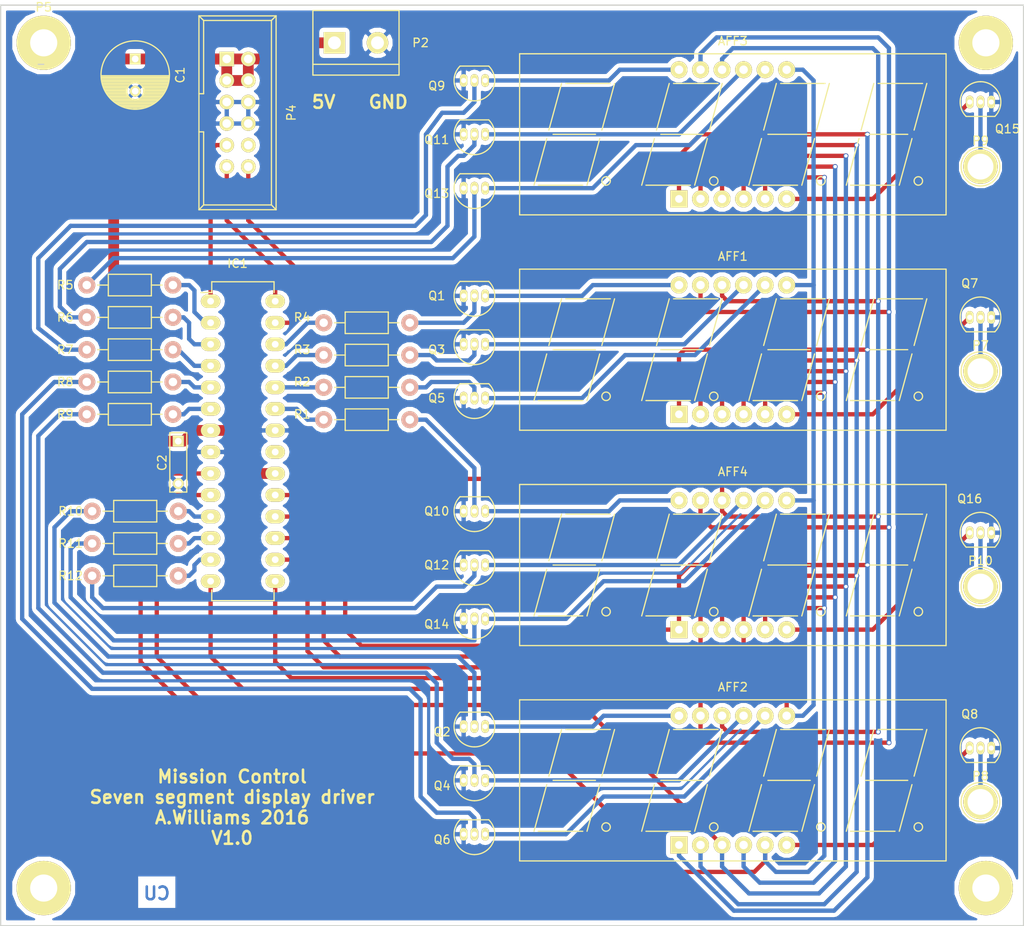
<source format=kicad_pcb>
(kicad_pcb (version 4) (host pcbnew 4.0.2-stable)
  (layers (0 F.Cu signal) (31 B.Cu signal) (34 B.Paste user) (35 F.Paste user) (36 B.SilkS user) (37 F.SilkS user) (38 B.Mask user) (39 F.Mask user) (44 Edge.Cuts user))
  (net 0 "")
  (net 1 /E)
  (net 2 /D)
  (net 3 /DP)
  (net 4 /C)
  (net 5 /G)
  (net 6 "Net-(AFF1-Pad6)")
  (net 7 "Net-(AFF1-Pad9)")
  (net 8 "Net-(AFF1-Pad8)")
  (net 9 "Net-(AFF1-Pad12)")
  (net 10 /A)
  (net 11 /B)
  (net 12 /F)
  (net 13 "Net-(AFF2-Pad6)")
  (net 14 "Net-(AFF2-Pad9)")
  (net 15 "Net-(AFF2-Pad8)")
  (net 16 "Net-(AFF2-Pad12)")
  (net 17 "Net-(AFF3-Pad6)")
  (net 18 "Net-(AFF3-Pad9)")
  (net 19 "Net-(AFF3-Pad8)")
  (net 20 "Net-(AFF3-Pad12)")
  (net 21 "Net-(AFF4-Pad6)")
  (net 22 "Net-(AFF4-Pad9)")
  (net 23 "Net-(AFF4-Pad8)")
  (net 24 "Net-(AFF4-Pad12)")
  (net 25 VCC)
  (net 26 GND)
  (net 27 /RST)
  (net 28 "Net-(IC1-Pad2)")
  (net 29 "Net-(IC1-Pad3)")
  (net 30 "Net-(IC1-Pad4)")
  (net 31 "Net-(IC1-Pad5)")
  (net 32 "Net-(IC1-Pad6)")
  (net 33 "Net-(IC1-Pad11)")
  (net 34 "Net-(IC1-Pad12)")
  (net 35 "Net-(IC1-Pad13)")
  (net 36 "Net-(IC1-Pad21)")
  (net 37 "Net-(IC1-Pad23)")
  (net 38 "Net-(IC1-Pad24)")
  (net 39 "Net-(IC1-Pad25)")
  (net 40 "Net-(IC1-Pad26)")
  (net 41 /SDA)
  (net 42 /SCL)
  (net 43 "Net-(P1-Pad1)")
  (net 44 "Net-(P3-Pad1)")
  (net 45 /INT)
  (net 46 "Net-(P5-Pad1)")
  (net 47 "Net-(P6-Pad1)")
  (net 48 "Net-(P7-Pad1)")
  (net 49 "Net-(P8-Pad1)")
  (net 50 "Net-(P9-Pad1)")
  (net 51 "Net-(P10-Pad1)")
  (net 52 /CC1)
  (net 53 /CC2)
  (net 54 /CC3)
  (net 55 /CC5)
  (net 56 /CC6)
  (net 57 /CC7)
  (net 58 /CC9)
  (net 59 /CC10)
  (net 60 /CC11)
  (net 61 /CC13)
  (net 62 /CC14)
  (net 63 /CC15)
  (module Displays_7-Segment:Cx56-12 (layer F.Cu) (at 228.6 101.6)
    (fp_text reference AFF1 (at 6.35 -18.62) (layer F.SilkS))
    (fp_text value CC56-12)
    (pad 1 thru_hole rect (at 0 0) (size 2.032 2.032) (drill 0.9144) (layers *.Cu *.Mask F.SilkS) (net 1 /E))
    (pad 2 thru_hole circle (at 2.54 0) (size 2 2) (drill 1) (layers *.Cu *.Mask F.SilkS) (net 2 /D))
    (pad 3 thru_hole circle (at 5.08 0) (size 2 2) (drill 1) (layers *.Cu *.Mask F.SilkS) (net 3 /DP))
    (pad 4 thru_hole circle (at 7.62 0) (size 2 2) (drill 1) (layers *.Cu *.Mask F.SilkS) (net 4 /C))
    (pad 5 thru_hole circle (at 10.16 0) (size 2 2) (drill 1) (layers *.Cu *.Mask F.SilkS) (net 5 /G))
    (pad 6 thru_hole circle (at 12.7 0) (size 2 2) (drill 1) (layers *.Cu *.Mask F.SilkS) (net 6 "Net-(AFF1-Pad6)"))
    (pad 9 thru_hole circle (at 7.62 -15.24) (size 2 2) (drill 1) (layers *.Cu *.Mask F.SilkS) (net 7 "Net-(AFF1-Pad9)"))
    (pad 8 thru_hole circle (at 10.16 -15.24) (size 2 2) (drill 1) (layers *.Cu *.Mask F.SilkS) (net 8 "Net-(AFF1-Pad8)"))
    (pad 12 thru_hole circle (at 0 -15.24) (size 2 2) (drill 1) (layers *.Cu *.Mask F.SilkS) (net 9 "Net-(AFF1-Pad12)"))
    (pad 11 thru_hole circle (at 2.54 -15.24) (size 2 2) (drill 1) (layers *.Cu *.Mask F.SilkS) (net 10 /A))
    (pad 7 thru_hole circle (at 12.7 -15.24) (size 2 2) (drill 1) (layers *.Cu *.Mask F.SilkS) (net 11 /B))
    (pad 10 thru_hole circle (at 5.08 -15.24) (size 2 2) (drill 1) (layers *.Cu *.Mask F.SilkS) (net 12 /F))
  )
  (module Displays_7-Segment:Cx56-12 (layer F.Cu) (at 228.6 152.4)
    (fp_text reference AFF2 (at 6.35 -18.62) (layer F.SilkS))
    (fp_text value CC56-12)
    (pad 1 thru_hole rect (at 0 0) (size 2.032 2.032) (drill 0.9144) (layers *.Cu *.Mask F.SilkS) (net 1 /E))
    (pad 2 thru_hole circle (at 2.54 0) (size 2 2) (drill 1) (layers *.Cu *.Mask F.SilkS) (net 2 /D))
    (pad 3 thru_hole circle (at 5.08 0) (size 2 2) (drill 1) (layers *.Cu *.Mask F.SilkS) (net 3 /DP))
    (pad 4 thru_hole circle (at 7.62 0) (size 2 2) (drill 1) (layers *.Cu *.Mask F.SilkS) (net 4 /C))
    (pad 5 thru_hole circle (at 10.16 0) (size 2 2) (drill 1) (layers *.Cu *.Mask F.SilkS) (net 5 /G))
    (pad 6 thru_hole circle (at 12.7 0) (size 2 2) (drill 1) (layers *.Cu *.Mask F.SilkS) (net 13 "Net-(AFF2-Pad6)"))
    (pad 9 thru_hole circle (at 7.62 -15.24) (size 2 2) (drill 1) (layers *.Cu *.Mask F.SilkS) (net 14 "Net-(AFF2-Pad9)"))
    (pad 8 thru_hole circle (at 10.16 -15.24) (size 2 2) (drill 1) (layers *.Cu *.Mask F.SilkS) (net 15 "Net-(AFF2-Pad8)"))
    (pad 12 thru_hole circle (at 0 -15.24) (size 2 2) (drill 1) (layers *.Cu *.Mask F.SilkS) (net 16 "Net-(AFF2-Pad12)"))
    (pad 11 thru_hole circle (at 2.54 -15.24) (size 2 2) (drill 1) (layers *.Cu *.Mask F.SilkS) (net 10 /A))
    (pad 7 thru_hole circle (at 12.7 -15.24) (size 2 2) (drill 1) (layers *.Cu *.Mask F.SilkS) (net 11 /B))
    (pad 10 thru_hole circle (at 5.08 -15.24) (size 2 2) (drill 1) (layers *.Cu *.Mask F.SilkS) (net 12 /F))
  )
  (module Displays_7-Segment:Cx56-12 (layer F.Cu) (at 228.6 76.2)
    (fp_text reference AFF3 (at 6.35 -18.62) (layer F.SilkS))
    (fp_text value CC56-12)
    (pad 1 thru_hole rect (at 0 0) (size 2.032 2.032) (drill 0.9144) (layers *.Cu *.Mask F.SilkS) (net 1 /E))
    (pad 2 thru_hole circle (at 2.54 0) (size 2 2) (drill 1) (layers *.Cu *.Mask F.SilkS) (net 2 /D))
    (pad 3 thru_hole circle (at 5.08 0) (size 2 2) (drill 1) (layers *.Cu *.Mask F.SilkS) (net 3 /DP))
    (pad 4 thru_hole circle (at 7.62 0) (size 2 2) (drill 1) (layers *.Cu *.Mask F.SilkS) (net 4 /C))
    (pad 5 thru_hole circle (at 10.16 0) (size 2 2) (drill 1) (layers *.Cu *.Mask F.SilkS) (net 5 /G))
    (pad 6 thru_hole circle (at 12.7 0) (size 2 2) (drill 1) (layers *.Cu *.Mask F.SilkS) (net 17 "Net-(AFF3-Pad6)"))
    (pad 9 thru_hole circle (at 7.62 -15.24) (size 2 2) (drill 1) (layers *.Cu *.Mask F.SilkS) (net 18 "Net-(AFF3-Pad9)"))
    (pad 8 thru_hole circle (at 10.16 -15.24) (size 2 2) (drill 1) (layers *.Cu *.Mask F.SilkS) (net 19 "Net-(AFF3-Pad8)"))
    (pad 12 thru_hole circle (at 0 -15.24) (size 2 2) (drill 1) (layers *.Cu *.Mask F.SilkS) (net 20 "Net-(AFF3-Pad12)"))
    (pad 11 thru_hole circle (at 2.54 -15.24) (size 2 2) (drill 1) (layers *.Cu *.Mask F.SilkS) (net 10 /A))
    (pad 7 thru_hole circle (at 12.7 -15.24) (size 2 2) (drill 1) (layers *.Cu *.Mask F.SilkS) (net 11 /B))
    (pad 10 thru_hole circle (at 5.08 -15.24) (size 2 2) (drill 1) (layers *.Cu *.Mask F.SilkS) (net 12 /F))
  )
  (module Displays_7-Segment:Cx56-12 (layer F.Cu) (at 228.6 127)
    (fp_text reference AFF4 (at 6.35 -18.62) (layer F.SilkS))
    (fp_text value CC56-12)
    (pad 1 thru_hole rect (at 0 0) (size 2.032 2.032) (drill 0.9144) (layers *.Cu *.Mask F.SilkS) (net 1 /E))
    (pad 2 thru_hole circle (at 2.54 0) (size 2 2) (drill 1) (layers *.Cu *.Mask F.SilkS) (net 2 /D))
    (pad 3 thru_hole circle (at 5.08 0) (size 2 2) (drill 1) (layers *.Cu *.Mask F.SilkS) (net 3 /DP))
    (pad 4 thru_hole circle (at 7.62 0) (size 2 2) (drill 1) (layers *.Cu *.Mask F.SilkS) (net 4 /C))
    (pad 5 thru_hole circle (at 10.16 0) (size 2 2) (drill 1) (layers *.Cu *.Mask F.SilkS) (net 5 /G))
    (pad 6 thru_hole circle (at 12.7 0) (size 2 2) (drill 1) (layers *.Cu *.Mask F.SilkS) (net 21 "Net-(AFF4-Pad6)"))
    (pad 9 thru_hole circle (at 7.62 -15.24) (size 2 2) (drill 1) (layers *.Cu *.Mask F.SilkS) (net 22 "Net-(AFF4-Pad9)"))
    (pad 8 thru_hole circle (at 10.16 -15.24) (size 2 2) (drill 1) (layers *.Cu *.Mask F.SilkS) (net 23 "Net-(AFF4-Pad8)"))
    (pad 12 thru_hole circle (at 0 -15.24) (size 2 2) (drill 1) (layers *.Cu *.Mask F.SilkS) (net 24 "Net-(AFF4-Pad12)"))
    (pad 11 thru_hole circle (at 2.54 -15.24) (size 2 2) (drill 1) (layers *.Cu *.Mask F.SilkS) (net 10 /A))
    (pad 7 thru_hole circle (at 12.7 -15.24) (size 2 2) (drill 1) (layers *.Cu *.Mask F.SilkS) (net 11 /B))
    (pad 10 thru_hole circle (at 5.08 -15.24) (size 2 2) (drill 1) (layers *.Cu *.Mask F.SilkS) (net 12 /F))
  )
  (module Capacitors_ThroughHole:C_Radial_D8_L13_P3.8 (layer F.Cu) (at 164.465 59.69 270)
    (fp_text reference C1 (at 1.9 -5.3 270) (layer F.SilkS))
    (fp_text value 470uF)
    (pad 1 thru_hole rect (at 0 0 270) (size 1.3 1.3) (drill 0.8) (layers *.Cu *.Mask F.SilkS) (net 25 VCC))
    (pad 2 thru_hole circle (at 3.8 0 270) (size 1.3 1.3) (drill 0.8) (layers *.Cu *.Mask F.SilkS) (net 26 GND))
  )
  (module Capacitors_ThroughHole:C_Rect_L7_W2_P5 (layer F.Cu) (at 169.545 104.775 270)
    (fp_text reference C2 (at 2.54 1.905 270) (layer F.SilkS))
    (fp_text value 100NF)
    (pad 1 thru_hole rect (at 0 0 270) (size 1.3 1.3) (drill 0.8) (layers *.Cu *.Mask F.SilkS) (net 25 VCC))
    (pad 2 thru_hole circle (at 5 0 270) (size 1.3 1.3) (drill 0.8) (layers *.Cu *.Mask F.SilkS) (net 26 GND))
  )
  (module Housings_DIP:DIP-28_W7.62mm_LongPads (layer F.Cu) (at 173.355 88.265)
    (fp_text reference IC1 (at 3.175 -4.445) (layer F.SilkS))
    (fp_text value ATMEGA8-P)
    (pad 1 thru_hole oval (at 0 0) (size 2.3 1.6) (drill 0.8) (layers *.Cu *.Mask F.SilkS) (net 27 /RST))
    (pad 2 thru_hole oval (at 0 2.54) (size 2.3 1.6) (drill 0.8) (layers *.Cu *.Mask F.SilkS) (net 28 "Net-(IC1-Pad2)"))
    (pad 3 thru_hole oval (at 0 5.08) (size 2.3 1.6) (drill 0.8) (layers *.Cu *.Mask F.SilkS) (net 29 "Net-(IC1-Pad3)"))
    (pad 4 thru_hole oval (at 0 7.62) (size 2.3 1.6) (drill 0.8) (layers *.Cu *.Mask F.SilkS) (net 30 "Net-(IC1-Pad4)"))
    (pad 5 thru_hole oval (at 0 10.16) (size 2.3 1.6) (drill 0.8) (layers *.Cu *.Mask F.SilkS) (net 31 "Net-(IC1-Pad5)"))
    (pad 6 thru_hole oval (at 0 12.7) (size 2.3 1.6) (drill 0.8) (layers *.Cu *.Mask F.SilkS) (net 32 "Net-(IC1-Pad6)"))
    (pad 7 thru_hole oval (at 0 15.24) (size 2.3 1.6) (drill 0.8) (layers *.Cu *.Mask F.SilkS) (net 25 VCC))
    (pad 8 thru_hole oval (at 0 17.78) (size 2.3 1.6) (drill 0.8) (layers *.Cu *.Mask F.SilkS) (net 26 GND))
    (pad 9 thru_hole oval (at 0 20.32) (size 2.3 1.6) (drill 0.8) (layers *.Cu *.Mask F.SilkS) (net 5 /G))
    (pad 10 thru_hole oval (at 0 22.86) (size 2.3 1.6) (drill 0.8) (layers *.Cu *.Mask F.SilkS) (net 3 /DP))
    (pad 11 thru_hole oval (at 0 25.4) (size 2.3 1.6) (drill 0.8) (layers *.Cu *.Mask F.SilkS) (net 33 "Net-(IC1-Pad11)"))
    (pad 12 thru_hole oval (at 0 27.94) (size 2.3 1.6) (drill 0.8) (layers *.Cu *.Mask F.SilkS) (net 34 "Net-(IC1-Pad12)"))
    (pad 13 thru_hole oval (at 0 30.48) (size 2.3 1.6) (drill 0.8) (layers *.Cu *.Mask F.SilkS) (net 35 "Net-(IC1-Pad13)"))
    (pad 14 thru_hole oval (at 0 33.02) (size 2.3 1.6) (drill 0.8) (layers *.Cu *.Mask F.SilkS) (net 10 /A))
    (pad 15 thru_hole oval (at 7.62 33.02) (size 2.3 1.6) (drill 0.8) (layers *.Cu *.Mask F.SilkS) (net 11 /B))
    (pad 16 thru_hole oval (at 7.62 30.48) (size 2.3 1.6) (drill 0.8) (layers *.Cu *.Mask F.SilkS) (net 4 /C))
    (pad 17 thru_hole oval (at 7.62 27.94) (size 2.3 1.6) (drill 0.8) (layers *.Cu *.Mask F.SilkS) (net 2 /D))
    (pad 18 thru_hole oval (at 7.62 25.4) (size 2.3 1.6) (drill 0.8) (layers *.Cu *.Mask F.SilkS) (net 1 /E))
    (pad 19 thru_hole oval (at 7.62 22.86) (size 2.3 1.6) (drill 0.8) (layers *.Cu *.Mask F.SilkS) (net 12 /F))
    (pad 20 thru_hole oval (at 7.62 20.32) (size 2.3 1.6) (drill 0.8) (layers *.Cu *.Mask F.SilkS) (net 25 VCC))
    (pad 21 thru_hole oval (at 7.62 17.78) (size 2.3 1.6) (drill 0.8) (layers *.Cu *.Mask F.SilkS) (net 36 "Net-(IC1-Pad21)"))
    (pad 22 thru_hole oval (at 7.62 15.24) (size 2.3 1.6) (drill 0.8) (layers *.Cu *.Mask F.SilkS) (net 26 GND))
    (pad 23 thru_hole oval (at 7.62 12.7) (size 2.3 1.6) (drill 0.8) (layers *.Cu *.Mask F.SilkS) (net 37 "Net-(IC1-Pad23)"))
    (pad 24 thru_hole oval (at 7.62 10.16) (size 2.3 1.6) (drill 0.8) (layers *.Cu *.Mask F.SilkS) (net 38 "Net-(IC1-Pad24)"))
    (pad 25 thru_hole oval (at 7.62 7.62) (size 2.3 1.6) (drill 0.8) (layers *.Cu *.Mask F.SilkS) (net 39 "Net-(IC1-Pad25)"))
    (pad 26 thru_hole oval (at 7.62 5.08) (size 2.3 1.6) (drill 0.8) (layers *.Cu *.Mask F.SilkS) (net 40 "Net-(IC1-Pad26)"))
    (pad 27 thru_hole oval (at 7.62 2.54) (size 2.3 1.6) (drill 0.8) (layers *.Cu *.Mask F.SilkS) (net 41 /SDA))
    (pad 28 thru_hole oval (at 7.62 0) (size 2.3 1.6) (drill 0.8) (layers *.Cu *.Mask F.SilkS) (net 42 /SCL))
  )
  (module Mounting_Holes:MountingHole_3.2mm_M3_Pad (layer F.Cu) (at 264.795 157.48)
    (fp_text reference P1 (at 0.635 -1.905) (layer F.SilkS))
    (fp_text value CONN_01X01)
    (pad 1 thru_hole circle (at 0 0) (size 6.4 6.4) (drill 3.2) (layers *.Cu *.Mask F.SilkS) (net 43 "Net-(P1-Pad1)"))
  )
  (module Connect:bornier2 (layer F.Cu) (at 190.5 57.785)
    (fp_text reference P2 (at 7.62 0) (layer F.SilkS))
    (fp_text value CONN_01X02)
    (pad 1 thru_hole rect (at -2.54 0) (size 2.54 2.54) (drill 1.524) (layers *.Cu *.Mask F.SilkS) (net 25 VCC))
    (pad 2 thru_hole circle (at 2.54 0) (size 2.54 2.54) (drill 1.524) (layers *.Cu *.Mask F.SilkS) (net 26 GND))
  )
  (module Mounting_Holes:MountingHole_3.2mm_M3_Pad (layer F.Cu) (at 153.67 157.48)
    (fp_text reference P3 (at 0 -0.635) (layer F.SilkS))
    (fp_text value CONN_01X01)
    (pad 1 thru_hole circle (at 0 0) (size 6.4 6.4) (drill 3.2) (layers *.Cu *.Mask F.SilkS) (net 44 "Net-(P3-Pad1)"))
  )
  (module Connect:IDC_Header_Straight_12pins (layer F.Cu) (at 175.26 59.69 270)
    (fp_text reference P4 (at 6.35 -7.62 270) (layer F.SilkS))
    (fp_text value CONN_02X06)
    (pad 1 thru_hole rect (at 0 0 270) (size 1.7272 1.7272) (drill 1.016) (layers *.Cu *.Mask F.SilkS) (net 25 VCC))
    (pad 2 thru_hole oval (at 0 -2.54 270) (size 1.7272 1.7272) (drill 1.016) (layers *.Cu *.Mask F.SilkS) (net 25 VCC))
    (pad 3 thru_hole oval (at 2.54 0 270) (size 1.7272 1.7272) (drill 1.016) (layers *.Cu *.Mask F.SilkS) (net 25 VCC))
    (pad 4 thru_hole oval (at 2.54 -2.54 270) (size 1.7272 1.7272) (drill 1.016) (layers *.Cu *.Mask F.SilkS) (net 25 VCC))
    (pad 5 thru_hole oval (at 5.08 0 270) (size 1.7272 1.7272) (drill 1.016) (layers *.Cu *.Mask F.SilkS) (net 26 GND))
    (pad 6 thru_hole oval (at 5.08 -2.54 270) (size 1.7272 1.7272) (drill 1.016) (layers *.Cu *.Mask F.SilkS) (net 26 GND))
    (pad 7 thru_hole oval (at 7.62 0 270) (size 1.7272 1.7272) (drill 1.016) (layers *.Cu *.Mask F.SilkS) (net 26 GND))
    (pad 8 thru_hole oval (at 7.62 -2.54 270) (size 1.7272 1.7272) (drill 1.016) (layers *.Cu *.Mask F.SilkS) (net 26 GND))
    (pad 9 thru_hole oval (at 10.16 0 270) (size 1.7272 1.7272) (drill 1.016) (layers *.Cu *.Mask F.SilkS) (net 27 /RST))
    (pad 10 thru_hole oval (at 10.16 -2.54 270) (size 1.7272 1.7272) (drill 1.016) (layers *.Cu *.Mask F.SilkS) (net 45 /INT))
    (pad 11 thru_hole oval (at 12.7 0 270) (size 1.7272 1.7272) (drill 1.016) (layers *.Cu *.Mask F.SilkS) (net 42 /SCL))
    (pad 12 thru_hole oval (at 12.7 -2.54 270) (size 1.7272 1.7272) (drill 1.016) (layers *.Cu *.Mask F.SilkS) (net 41 /SDA))
  )
  (module Mounting_Holes:MountingHole_3.2mm_M3_Pad (layer F.Cu) (at 153.67 57.785)
    (fp_text reference P5 (at 0 -4.2) (layer F.SilkS))
    (fp_text value CONN_01X01)
    (pad 1 thru_hole circle (at 0 0) (size 6.4 6.4) (drill 3.2) (layers *.Cu *.Mask F.SilkS) (net 46 "Net-(P5-Pad1)"))
  )
  (module Mounting_Holes:MountingHole_3.2mm_M3_Pad (layer F.Cu) (at 264.795 57.785)
    (fp_text reference P6 (at 0 -2.54) (layer F.SilkS))
    (fp_text value CONN_01X01)
    (pad 1 thru_hole circle (at 0 0) (size 6.4 6.4) (drill 3.2) (layers *.Cu *.Mask F.SilkS) (net 47 "Net-(P6-Pad1)"))
  )
  (module Connect:1pin (layer F.Cu) (at 264.16 96.52)
    (fp_text reference P7 (at 0 -3.048) (layer F.SilkS))
    (fp_text value CONN_01X01)
    (pad 1 thru_hole circle (at 0 0) (size 4.064 4.064) (drill 3.048) (layers *.Cu *.Mask F.SilkS) (net 48 "Net-(P7-Pad1)"))
  )
  (module Connect:1pin (layer F.Cu) (at 264.16 147.32)
    (fp_text reference P8 (at 0 -3.048) (layer F.SilkS))
    (fp_text value CONN_01X01)
    (pad 1 thru_hole circle (at 0 0) (size 4.064 4.064) (drill 3.048) (layers *.Cu *.Mask F.SilkS) (net 49 "Net-(P8-Pad1)"))
  )
  (module Connect:1pin (layer F.Cu) (at 264.16 72.39)
    (fp_text reference P9 (at 0 -3.048) (layer F.SilkS))
    (fp_text value CONN_01X01)
    (pad 1 thru_hole circle (at 0 0) (size 4.064 4.064) (drill 3.048) (layers *.Cu *.Mask F.SilkS) (net 50 "Net-(P9-Pad1)"))
  )
  (module Connect:1pin (layer F.Cu) (at 264.16 121.92)
    (fp_text reference P10 (at 0 -3.048) (layer F.SilkS))
    (fp_text value CONN_01X01)
    (pad 1 thru_hole circle (at 0 0) (size 4.064 4.064) (drill 3.048) (layers *.Cu *.Mask F.SilkS) (net 51 "Net-(P10-Pad1)"))
  )
  (module Resistors_ThroughHole:Resistor_Horizontal_RM10mm (layer F.Cu) (at 196.85 102.235 180)
    (fp_text reference R1 (at 12.7 0.635 180) (layer F.SilkS))
    (fp_text value 100)
    (pad 1 thru_hole circle (at 0 0 180) (size 1.99898 1.99898) (drill 1.00076) (layers *.Cu *.SilkS *.Mask) (net 61 /CC13))
    (pad 2 thru_hole circle (at 10.16 0 180) (size 1.99898 1.99898) (drill 1.00076) (layers *.Cu *.SilkS *.Mask) (net 37 "Net-(IC1-Pad23)"))
  )
  (module Resistors_ThroughHole:Resistor_Horizontal_RM10mm (layer F.Cu) (at 196.85 98.425 180)
    (fp_text reference R2 (at 12.7 0.635 180) (layer F.SilkS))
    (fp_text value 100)
    (pad 1 thru_hole circle (at 0 0 180) (size 1.99898 1.99898) (drill 1.00076) (layers *.Cu *.SilkS *.Mask) (net 54 /CC3))
    (pad 2 thru_hole circle (at 10.16 0 180) (size 1.99898 1.99898) (drill 1.00076) (layers *.Cu *.SilkS *.Mask) (net 38 "Net-(IC1-Pad24)"))
  )
  (module Resistors_ThroughHole:Resistor_Horizontal_RM10mm (layer F.Cu) (at 196.85 94.615 180)
    (fp_text reference R3 (at 12.7 0.635 180) (layer F.SilkS))
    (fp_text value 100)
    (pad 1 thru_hole circle (at 0 0 180) (size 1.99898 1.99898) (drill 1.00076) (layers *.Cu *.SilkS *.Mask) (net 53 /CC2))
    (pad 2 thru_hole circle (at 10.16 0 180) (size 1.99898 1.99898) (drill 1.00076) (layers *.Cu *.SilkS *.Mask) (net 39 "Net-(IC1-Pad25)"))
  )
  (module Resistors_ThroughHole:Resistor_Horizontal_RM10mm (layer F.Cu) (at 196.85 90.805 180)
    (fp_text reference R4 (at 12.7 0.635 180) (layer F.SilkS))
    (fp_text value 100)
    (pad 1 thru_hole circle (at 0 0 180) (size 1.99898 1.99898) (drill 1.00076) (layers *.Cu *.SilkS *.Mask) (net 52 /CC1))
    (pad 2 thru_hole circle (at 10.16 0 180) (size 1.99898 1.99898) (drill 1.00076) (layers *.Cu *.SilkS *.Mask) (net 40 "Net-(IC1-Pad26)"))
  )
  (module Resistors_ThroughHole:Resistor_Horizontal_RM10mm (layer F.Cu) (at 158.75 86.36)
    (fp_text reference R5 (at -2.54 0) (layer F.SilkS))
    (fp_text value 100)
    (pad 1 thru_hole circle (at 0 0) (size 1.99898 1.99898) (drill 1.00076) (layers *.Cu *.SilkS *.Mask) (net 60 /CC11))
    (pad 2 thru_hole circle (at 10.16 0) (size 1.99898 1.99898) (drill 1.00076) (layers *.Cu *.SilkS *.Mask) (net 28 "Net-(IC1-Pad2)"))
  )
  (module Resistors_ThroughHole:Resistor_Horizontal_RM10mm (layer F.Cu) (at 158.75 90.17)
    (fp_text reference R6 (at -2.54 0) (layer F.SilkS))
    (fp_text value 100)
    (pad 1 thru_hole circle (at 0 0) (size 1.99898 1.99898) (drill 1.00076) (layers *.Cu *.SilkS *.Mask) (net 59 /CC10))
    (pad 2 thru_hole circle (at 10.16 0) (size 1.99898 1.99898) (drill 1.00076) (layers *.Cu *.SilkS *.Mask) (net 29 "Net-(IC1-Pad3)"))
  )
  (module Resistors_ThroughHole:Resistor_Horizontal_RM10mm (layer F.Cu) (at 158.75 93.98)
    (fp_text reference R7 (at -2.54 0) (layer F.SilkS))
    (fp_text value 100)
    (pad 1 thru_hole circle (at 0 0) (size 1.99898 1.99898) (drill 1.00076) (layers *.Cu *.SilkS *.Mask) (net 58 /CC9))
    (pad 2 thru_hole circle (at 10.16 0) (size 1.99898 1.99898) (drill 1.00076) (layers *.Cu *.SilkS *.Mask) (net 30 "Net-(IC1-Pad4)"))
  )
  (module Resistors_ThroughHole:Resistor_Horizontal_RM10mm (layer F.Cu) (at 158.75 97.79)
    (fp_text reference R8 (at -2.54 0) (layer F.SilkS))
    (fp_text value 100)
    (pad 1 thru_hole circle (at 0 0) (size 1.99898 1.99898) (drill 1.00076) (layers *.Cu *.SilkS *.Mask) (net 57 /CC7))
    (pad 2 thru_hole circle (at 10.16 0) (size 1.99898 1.99898) (drill 1.00076) (layers *.Cu *.SilkS *.Mask) (net 31 "Net-(IC1-Pad5)"))
  )
  (module Resistors_ThroughHole:Resistor_Horizontal_RM10mm (layer F.Cu) (at 158.75 101.6)
    (fp_text reference R9 (at -2.54 0) (layer F.SilkS))
    (fp_text value 100)
    (pad 1 thru_hole circle (at 0 0) (size 1.99898 1.99898) (drill 1.00076) (layers *.Cu *.SilkS *.Mask) (net 56 /CC6))
    (pad 2 thru_hole circle (at 10.16 0) (size 1.99898 1.99898) (drill 1.00076) (layers *.Cu *.SilkS *.Mask) (net 32 "Net-(IC1-Pad6)"))
  )
  (module Resistors_ThroughHole:Resistor_Horizontal_RM10mm (layer F.Cu) (at 159.385 113.03)
    (fp_text reference R10 (at -2.54 0) (layer F.SilkS))
    (fp_text value 100)
    (pad 1 thru_hole circle (at 0 0) (size 1.99898 1.99898) (drill 1.00076) (layers *.Cu *.SilkS *.Mask) (net 55 /CC5))
    (pad 2 thru_hole circle (at 10.16 0) (size 1.99898 1.99898) (drill 1.00076) (layers *.Cu *.SilkS *.Mask) (net 33 "Net-(IC1-Pad11)"))
  )
  (module Resistors_ThroughHole:Resistor_Horizontal_RM10mm (layer F.Cu) (at 159.385 116.84)
    (fp_text reference R11 (at -2.54 0) (layer F.SilkS))
    (fp_text value 100)
    (pad 1 thru_hole circle (at 0 0) (size 1.99898 1.99898) (drill 1.00076) (layers *.Cu *.SilkS *.Mask) (net 63 /CC15))
    (pad 2 thru_hole circle (at 10.16 0) (size 1.99898 1.99898) (drill 1.00076) (layers *.Cu *.SilkS *.Mask) (net 34 "Net-(IC1-Pad12)"))
  )
  (module Resistors_ThroughHole:Resistor_Horizontal_RM10mm (layer F.Cu) (at 159.385 120.65)
    (fp_text reference R12 (at -2.54 0) (layer F.SilkS))
    (fp_text value 100)
    (pad 1 thru_hole circle (at 0 0) (size 1.99898 1.99898) (drill 1.00076) (layers *.Cu *.SilkS *.Mask) (net 62 /CC14))
    (pad 2 thru_hole circle (at 10.16 0) (size 1.99898 1.99898) (drill 1.00076) (layers *.Cu *.SilkS *.Mask) (net 35 "Net-(IC1-Pad13)"))
  )
  (module TO_SOT_Packages_THT:TO-92_Inline_Narrow_Oval (layer F.Cu) (at 205.74 87.63 180)
    (fp_text reference Q1 (at 5.715 0 180) (layer F.SilkS))
    (fp_text value BC548)
    (pad 2 thru_hole oval (at 1.27 0) (size 0.89916 1.50114) (drill 0.6) (layers *.Cu *.Mask F.SilkS) (net 52 /CC1))
    (pad 3 thru_hole oval (at 2.54 0) (size 0.89916 1.50114) (drill 0.6) (layers *.Cu *.Mask F.SilkS) (net 26 GND))
    (pad 1 thru_hole oval (at 0 0) (size 0.89916 1.50114) (drill 0.6) (layers *.Cu *.Mask F.SilkS) (net 9 "Net-(AFF1-Pad12)"))
  )
  (module TO_SOT_Packages_THT:TO-92_Inline_Narrow_Oval (layer F.Cu) (at 205.74 138.43 180)
    (fp_text reference Q2 (at 5.08 -0.635 180) (layer F.SilkS))
    (fp_text value BC548)
    (pad 2 thru_hole oval (at 1.27 0) (size 0.89916 1.50114) (drill 0.6) (layers *.Cu *.Mask F.SilkS) (net 55 /CC5))
    (pad 3 thru_hole oval (at 2.54 0) (size 0.89916 1.50114) (drill 0.6) (layers *.Cu *.Mask F.SilkS) (net 26 GND))
    (pad 1 thru_hole oval (at 0 0) (size 0.89916 1.50114) (drill 0.6) (layers *.Cu *.Mask F.SilkS) (net 16 "Net-(AFF2-Pad12)"))
  )
  (module TO_SOT_Packages_THT:TO-92_Inline_Narrow_Oval (layer F.Cu) (at 205.74 93.345 180)
    (fp_text reference Q3 (at 5.715 -0.635 180) (layer F.SilkS))
    (fp_text value BC548)
    (pad 2 thru_hole oval (at 1.27 0) (size 0.89916 1.50114) (drill 0.6) (layers *.Cu *.Mask F.SilkS) (net 53 /CC2))
    (pad 3 thru_hole oval (at 2.54 0) (size 0.89916 1.50114) (drill 0.6) (layers *.Cu *.Mask F.SilkS) (net 26 GND))
    (pad 1 thru_hole oval (at 0 0) (size 0.89916 1.50114) (drill 0.6) (layers *.Cu *.Mask F.SilkS) (net 7 "Net-(AFF1-Pad9)"))
  )
  (module TO_SOT_Packages_THT:TO-92_Inline_Narrow_Oval (layer F.Cu) (at 205.74 144.78 180)
    (fp_text reference Q4 (at 5.08 -0.635 180) (layer F.SilkS))
    (fp_text value BC548)
    (pad 2 thru_hole oval (at 1.27 0) (size 0.89916 1.50114) (drill 0.6) (layers *.Cu *.Mask F.SilkS) (net 56 /CC6))
    (pad 3 thru_hole oval (at 2.54 0) (size 0.89916 1.50114) (drill 0.6) (layers *.Cu *.Mask F.SilkS) (net 26 GND))
    (pad 1 thru_hole oval (at 0 0) (size 0.89916 1.50114) (drill 0.6) (layers *.Cu *.Mask F.SilkS) (net 14 "Net-(AFF2-Pad9)"))
  )
  (module TO_SOT_Packages_THT:TO-92_Inline_Narrow_Oval (layer F.Cu) (at 205.74 99.695 180)
    (fp_text reference Q5 (at 5.715 0 180) (layer F.SilkS))
    (fp_text value BC548)
    (pad 2 thru_hole oval (at 1.27 0) (size 0.89916 1.50114) (drill 0.6) (layers *.Cu *.Mask F.SilkS) (net 54 /CC3))
    (pad 3 thru_hole oval (at 2.54 0) (size 0.89916 1.50114) (drill 0.6) (layers *.Cu *.Mask F.SilkS) (net 26 GND))
    (pad 1 thru_hole oval (at 0 0) (size 0.89916 1.50114) (drill 0.6) (layers *.Cu *.Mask F.SilkS) (net 8 "Net-(AFF1-Pad8)"))
  )
  (module TO_SOT_Packages_THT:TO-92_Inline_Narrow_Oval (layer F.Cu) (at 205.74 151.13 180)
    (fp_text reference Q6 (at 5.08 -0.635 180) (layer F.SilkS))
    (fp_text value BC548)
    (pad 2 thru_hole oval (at 1.27 0) (size 0.89916 1.50114) (drill 0.6) (layers *.Cu *.Mask F.SilkS) (net 57 /CC7))
    (pad 3 thru_hole oval (at 2.54 0) (size 0.89916 1.50114) (drill 0.6) (layers *.Cu *.Mask F.SilkS) (net 26 GND))
    (pad 1 thru_hole oval (at 0 0) (size 0.89916 1.50114) (drill 0.6) (layers *.Cu *.Mask F.SilkS) (net 15 "Net-(AFF2-Pad8)"))
  )
  (module TO_SOT_Packages_THT:TO-92_Inline_Narrow_Oval (layer F.Cu) (at 262.89 90.17)
    (fp_text reference Q7 (at 0 -4) (layer F.SilkS))
    (fp_text value BC548)
    (pad 2 thru_hole oval (at 1.27 0 180) (size 0.89916 1.50114) (drill 0.6) (layers *.Cu *.Mask F.SilkS) (net 48 "Net-(P7-Pad1)"))
    (pad 3 thru_hole oval (at 2.54 0 180) (size 0.89916 1.50114) (drill 0.6) (layers *.Cu *.Mask F.SilkS) (net 26 GND))
    (pad 1 thru_hole oval (at 0 0 180) (size 0.89916 1.50114) (drill 0.6) (layers *.Cu *.Mask F.SilkS) (net 6 "Net-(AFF1-Pad6)"))
  )
  (module TO_SOT_Packages_THT:TO-92_Inline_Narrow_Oval (layer F.Cu) (at 262.89 140.97)
    (fp_text reference Q8 (at 0 -4) (layer F.SilkS))
    (fp_text value BC548)
    (pad 2 thru_hole oval (at 1.27 0 180) (size 0.89916 1.50114) (drill 0.6) (layers *.Cu *.Mask F.SilkS) (net 49 "Net-(P8-Pad1)"))
    (pad 3 thru_hole oval (at 2.54 0 180) (size 0.89916 1.50114) (drill 0.6) (layers *.Cu *.Mask F.SilkS) (net 26 GND))
    (pad 1 thru_hole oval (at 0 0 180) (size 0.89916 1.50114) (drill 0.6) (layers *.Cu *.Mask F.SilkS) (net 13 "Net-(AFF2-Pad6)"))
  )
  (module TO_SOT_Packages_THT:TO-92_Inline_Narrow_Oval (layer F.Cu) (at 205.74 62.23 180)
    (fp_text reference Q9 (at 5.715 -0.635 180) (layer F.SilkS))
    (fp_text value BC548)
    (pad 2 thru_hole oval (at 1.27 0) (size 0.89916 1.50114) (drill 0.6) (layers *.Cu *.Mask F.SilkS) (net 58 /CC9))
    (pad 3 thru_hole oval (at 2.54 0) (size 0.89916 1.50114) (drill 0.6) (layers *.Cu *.Mask F.SilkS) (net 26 GND))
    (pad 1 thru_hole oval (at 0 0) (size 0.89916 1.50114) (drill 0.6) (layers *.Cu *.Mask F.SilkS) (net 20 "Net-(AFF3-Pad12)"))
  )
  (module TO_SOT_Packages_THT:TO-92_Inline_Narrow_Oval (layer F.Cu) (at 205.74 113.03 180)
    (fp_text reference Q10 (at 5.715 0 180) (layer F.SilkS))
    (fp_text value BC548)
    (pad 2 thru_hole oval (at 1.27 0) (size 0.89916 1.50114) (drill 0.6) (layers *.Cu *.Mask F.SilkS) (net 61 /CC13))
    (pad 3 thru_hole oval (at 2.54 0) (size 0.89916 1.50114) (drill 0.6) (layers *.Cu *.Mask F.SilkS) (net 26 GND))
    (pad 1 thru_hole oval (at 0 0) (size 0.89916 1.50114) (drill 0.6) (layers *.Cu *.Mask F.SilkS) (net 24 "Net-(AFF4-Pad12)"))
  )
  (module TO_SOT_Packages_THT:TO-92_Inline_Narrow_Oval (layer F.Cu) (at 205.74 68.58 180)
    (fp_text reference Q11 (at 5.715 -0.635 180) (layer F.SilkS))
    (fp_text value BC548)
    (pad 2 thru_hole oval (at 1.27 0) (size 0.89916 1.50114) (drill 0.6) (layers *.Cu *.Mask F.SilkS) (net 59 /CC10))
    (pad 3 thru_hole oval (at 2.54 0) (size 0.89916 1.50114) (drill 0.6) (layers *.Cu *.Mask F.SilkS) (net 26 GND))
    (pad 1 thru_hole oval (at 0 0) (size 0.89916 1.50114) (drill 0.6) (layers *.Cu *.Mask F.SilkS) (net 18 "Net-(AFF3-Pad9)"))
  )
  (module TO_SOT_Packages_THT:TO-92_Inline_Narrow_Oval (layer F.Cu) (at 205.74 119.38 180)
    (fp_text reference Q12 (at 5.715 0 180) (layer F.SilkS))
    (fp_text value BC548)
    (pad 2 thru_hole oval (at 1.27 0) (size 0.89916 1.50114) (drill 0.6) (layers *.Cu *.Mask F.SilkS) (net 62 /CC14))
    (pad 3 thru_hole oval (at 2.54 0) (size 0.89916 1.50114) (drill 0.6) (layers *.Cu *.Mask F.SilkS) (net 26 GND))
    (pad 1 thru_hole oval (at 0 0) (size 0.89916 1.50114) (drill 0.6) (layers *.Cu *.Mask F.SilkS) (net 22 "Net-(AFF4-Pad9)"))
  )
  (module TO_SOT_Packages_THT:TO-92_Inline_Narrow_Oval (layer F.Cu) (at 205.74 74.93 180)
    (fp_text reference Q13 (at 5.715 -0.635 180) (layer F.SilkS))
    (fp_text value BC548)
    (pad 2 thru_hole oval (at 1.27 0) (size 0.89916 1.50114) (drill 0.6) (layers *.Cu *.Mask F.SilkS) (net 60 /CC11))
    (pad 3 thru_hole oval (at 2.54 0) (size 0.89916 1.50114) (drill 0.6) (layers *.Cu *.Mask F.SilkS) (net 26 GND))
    (pad 1 thru_hole oval (at 0 0) (size 0.89916 1.50114) (drill 0.6) (layers *.Cu *.Mask F.SilkS) (net 19 "Net-(AFF3-Pad8)"))
  )
  (module TO_SOT_Packages_THT:TO-92_Inline_Narrow_Oval (layer F.Cu) (at 205.74 125.73 180)
    (fp_text reference Q14 (at 5.715 -0.635 180) (layer F.SilkS))
    (fp_text value BC548)
    (pad 2 thru_hole oval (at 1.27 0) (size 0.89916 1.50114) (drill 0.6) (layers *.Cu *.Mask F.SilkS) (net 63 /CC15))
    (pad 3 thru_hole oval (at 2.54 0) (size 0.89916 1.50114) (drill 0.6) (layers *.Cu *.Mask F.SilkS) (net 26 GND))
    (pad 1 thru_hole oval (at 0 0) (size 0.89916 1.50114) (drill 0.6) (layers *.Cu *.Mask F.SilkS) (net 23 "Net-(AFF4-Pad8)"))
  )
  (module TO_SOT_Packages_THT:TO-92_Inline_Narrow_Oval (layer F.Cu) (at 262.89 64.77)
    (fp_text reference Q15 (at 4.445 3.175) (layer F.SilkS))
    (fp_text value BC548)
    (pad 2 thru_hole oval (at 1.27 0 180) (size 0.89916 1.50114) (drill 0.6) (layers *.Cu *.Mask F.SilkS) (net 50 "Net-(P9-Pad1)"))
    (pad 3 thru_hole oval (at 2.54 0 180) (size 0.89916 1.50114) (drill 0.6) (layers *.Cu *.Mask F.SilkS) (net 26 GND))
    (pad 1 thru_hole oval (at 0 0 180) (size 0.89916 1.50114) (drill 0.6) (layers *.Cu *.Mask F.SilkS) (net 17 "Net-(AFF3-Pad6)"))
  )
  (module TO_SOT_Packages_THT:TO-92_Inline_Narrow_Oval (layer F.Cu) (at 262.89 115.57)
    (fp_text reference Q16 (at 0 -4) (layer F.SilkS))
    (fp_text value BC548)
    (pad 2 thru_hole oval (at 1.27 0 180) (size 0.89916 1.50114) (drill 0.6) (layers *.Cu *.Mask F.SilkS) (net 51 "Net-(P10-Pad1)"))
    (pad 3 thru_hole oval (at 2.54 0 180) (size 0.89916 1.50114) (drill 0.6) (layers *.Cu *.Mask F.SilkS) (net 26 GND))
    (pad 1 thru_hole oval (at 0 0 180) (size 0.89916 1.50114) (drill 0.6) (layers *.Cu *.Mask F.SilkS) (net 21 "Net-(AFF4-Pad6)"))
  )
  (gr_line (start 148.59 161.925) (end 148.59 53.34) (angle 90) (layer Edge.Cuts) (width 0.15))
  (gr_line (start 269.24 161.925) (end 148.59 161.925) (angle 90) (layer Edge.Cuts) (width 0.15))
  (gr_line (start 269.24 53.34) (end 269.24 161.925) (angle 90) (layer Edge.Cuts) (width 0.15))
  (gr_line (start 148.59 53.34) (end 269.24 53.34) (angle 90) (layer Edge.Cuts) (width 0.15))
  (gr_line (start 153.67 60.325) (end 153.035 60.325) (angle 90) (layer Edge.Cuts) (width 0.15))
  (gr_text "Mission Control\nSeven segment display driver\nA.Williams 2016\nV1.0\n" (at 175.895 147.955) (layer F.SilkS) (effects (font (size 1.5 1.5) (thickness 0.3))))
  (gr_text GND (at 194.31 64.77) (layer F.SilkS) (effects (font (size 1.5 1.5) (thickness 0.3))))
  (gr_text 5V (at 186.69 64.77) (layer F.SilkS) (effects (font (size 1.5 1.5) (thickness 0.3))))
  (gr_text Top (at 172.72 158.115) (layer F.Cu) (effects (font (size 1.5 1.5) (thickness 0.3))))
  (gr_text CU (at 167.005 158.115) (layer B.Cu) (effects (font (size 1.5 1.5) (thickness 0.3)) (justify mirror)))
  (segment (start 180.975 113.665) (end 184.785 113.665) (width 0.508) (layer F.Cu) (net 1))
  (segment (start 225.425 127) (end 228.6 127) (width 0.508) (layer F.Cu) (net 1))
  (segment (start 223.52 128.905) (end 225.425 127) (width 0.508) (layer F.Cu) (net 1))
  (segment (start 191.135 128.905) (end 223.52 128.905) (width 0.508) (layer F.Cu) (net 1))
  (segment (start 189.23 127) (end 191.135 128.905) (width 0.508) (layer F.Cu) (net 1))
  (segment (start 189.23 118.11) (end 189.23 127) (width 0.508) (layer F.Cu) (net 1))
  (segment (start 184.785 113.665) (end 189.23 118.11) (width 0.508) (layer F.Cu) (net 1))
  (segment (start 228.6 127) (end 228.6 120.65) (width 0.508) (layer F.Cu) (net 1))
  (via (at 250.825 119.38) (size 0.6) (drill 0.4) (layers F.Cu B.Cu) (net 1))
  (segment (start 229.87 119.38) (end 250.825 119.38) (width 0.508) (layer F.Cu) (net 1))
  (segment (start 228.6 120.65) (end 229.87 119.38) (width 0.508) (layer F.Cu) (net 1))
  (segment (start 228.6 101.6) (end 228.6 94.615) (width 0.508) (layer F.Cu) (net 1))
  (via (at 250.825 93.98) (size 0.6) (drill 0.4) (layers F.Cu B.Cu) (net 1))
  (segment (start 229.235 93.98) (end 250.825 93.98) (width 0.508) (layer F.Cu) (net 1))
  (segment (start 228.6 94.615) (end 229.235 93.98) (width 0.508) (layer F.Cu) (net 1))
  (segment (start 228.6 76.2) (end 228.6 71.12) (width 0.508) (layer F.Cu) (net 1))
  (segment (start 228.6 153.67) (end 235.077 160.147) (width 0.508) (layer B.Cu) (net 1))
  (segment (start 235.077 160.147) (end 246.888 160.147) (width 0.508) (layer B.Cu) (net 1))
  (segment (start 246.888 160.147) (end 250.825 156.21) (width 0.508) (layer B.Cu) (net 1))
  (segment (start 250.825 156.21) (end 250.825 119.38) (width 0.508) (layer B.Cu) (net 1))
  (segment (start 250.825 119.38) (end 250.825 93.98) (width 0.508) (layer B.Cu) (net 1))
  (segment (start 250.825 93.98) (end 250.825 68.58) (width 0.508) (layer B.Cu) (net 1))
  (segment (start 228.6 153.67) (end 228.6 152.4) (width 0.508) (layer B.Cu) (net 1))
  (via (at 250.825 68.58) (size 0.6) (drill 0.4) (layers F.Cu B.Cu) (net 1))
  (segment (start 231.14 68.58) (end 250.825 68.58) (width 0.508) (layer F.Cu) (net 1))
  (segment (start 228.6 71.12) (end 231.14 68.58) (width 0.508) (layer F.Cu) (net 1))
  (segment (start 180.975 116.205) (end 183.515 116.205) (width 0.508) (layer F.Cu) (net 2))
  (segment (start 231.14 129.54) (end 231.14 127) (width 0.508) (layer F.Cu) (net 2))
  (segment (start 230.505 130.175) (end 231.14 129.54) (width 0.508) (layer F.Cu) (net 2))
  (segment (start 188.595 130.175) (end 230.505 130.175) (width 0.508) (layer F.Cu) (net 2))
  (segment (start 186.69 128.27) (end 188.595 130.175) (width 0.508) (layer F.Cu) (net 2))
  (segment (start 186.69 119.38) (end 186.69 128.27) (width 0.508) (layer F.Cu) (net 2))
  (segment (start 183.515 116.205) (end 186.69 119.38) (width 0.508) (layer F.Cu) (net 2))
  (segment (start 231.14 127) (end 231.14 121.285) (width 0.508) (layer F.Cu) (net 2))
  (via (at 249.555 120.65) (size 0.6) (drill 0.4) (layers F.Cu B.Cu) (net 2))
  (segment (start 231.775 120.65) (end 249.555 120.65) (width 0.508) (layer F.Cu) (net 2))
  (segment (start 231.14 121.285) (end 231.775 120.65) (width 0.508) (layer F.Cu) (net 2))
  (segment (start 231.14 101.6) (end 231.14 95.885) (width 0.508) (layer F.Cu) (net 2))
  (via (at 249.555 95.25) (size 0.6) (drill 0.4) (layers F.Cu B.Cu) (net 2))
  (segment (start 231.775 95.25) (end 249.555 95.25) (width 0.508) (layer F.Cu) (net 2))
  (segment (start 231.14 95.885) (end 231.775 95.25) (width 0.508) (layer F.Cu) (net 2))
  (segment (start 231.14 76.2) (end 231.14 71.12) (width 0.508) (layer F.Cu) (net 2))
  (segment (start 231.14 154.94) (end 235.585 159.385) (width 0.508) (layer B.Cu) (net 2))
  (segment (start 235.585 159.385) (end 245.745 159.385) (width 0.508) (layer B.Cu) (net 2))
  (segment (start 245.745 159.385) (end 249.555 155.575) (width 0.508) (layer B.Cu) (net 2))
  (segment (start 249.555 155.575) (end 249.555 120.65) (width 0.508) (layer B.Cu) (net 2))
  (segment (start 249.555 120.65) (end 249.555 95.25) (width 0.508) (layer B.Cu) (net 2))
  (segment (start 249.555 95.25) (end 249.555 69.85) (width 0.508) (layer B.Cu) (net 2))
  (segment (start 231.14 154.94) (end 231.14 152.4) (width 0.508) (layer B.Cu) (net 2))
  (via (at 249.555 69.85) (size 0.6) (drill 0.4) (layers F.Cu B.Cu) (net 2))
  (segment (start 232.41 69.85) (end 249.555 69.85) (width 0.508) (layer F.Cu) (net 2))
  (segment (start 231.14 71.12) (end 232.41 69.85) (width 0.508) (layer F.Cu) (net 2))
  (segment (start 173.355 111.125) (end 167.64 111.125) (width 0.508) (layer F.Cu) (net 3))
  (segment (start 217.17 135.89) (end 233.68 152.4) (width 0.508) (layer F.Cu) (net 3))
  (segment (start 172.72 135.89) (end 217.17 135.89) (width 0.508) (layer F.Cu) (net 3))
  (segment (start 167.005 130.175) (end 172.72 135.89) (width 0.508) (layer F.Cu) (net 3))
  (segment (start 233.68 127) (end 233.68 122.555) (width 0.508) (layer F.Cu) (net 3))
  (via (at 248.285 121.92) (size 0.6) (drill 0.4) (layers F.Cu B.Cu) (net 3))
  (segment (start 234.315 121.92) (end 248.285 121.92) (width 0.508) (layer F.Cu) (net 3))
  (segment (start 233.68 122.555) (end 234.315 121.92) (width 0.508) (layer F.Cu) (net 3))
  (segment (start 233.68 101.6) (end 233.68 97.155) (width 0.508) (layer F.Cu) (net 3))
  (via (at 248.285 96.52) (size 0.6) (drill 0.4) (layers F.Cu B.Cu) (net 3))
  (segment (start 234.315 96.52) (end 248.285 96.52) (width 0.508) (layer F.Cu) (net 3))
  (segment (start 233.68 97.155) (end 234.315 96.52) (width 0.508) (layer F.Cu) (net 3))
  (segment (start 233.68 76.2) (end 233.68 71.755) (width 0.508) (layer F.Cu) (net 3))
  (segment (start 233.68 154.94) (end 236.855 158.115) (width 0.508) (layer B.Cu) (net 3))
  (segment (start 236.855 158.115) (end 245.11 158.115) (width 0.508) (layer B.Cu) (net 3))
  (segment (start 245.11 158.115) (end 248.285 154.94) (width 0.508) (layer B.Cu) (net 3))
  (segment (start 248.285 154.94) (end 248.285 121.92) (width 0.508) (layer B.Cu) (net 3))
  (segment (start 248.285 121.92) (end 248.285 96.52) (width 0.508) (layer B.Cu) (net 3))
  (segment (start 248.285 96.52) (end 248.285 71.12) (width 0.508) (layer B.Cu) (net 3))
  (segment (start 233.68 154.94) (end 233.68 152.4) (width 0.508) (layer B.Cu) (net 3))
  (via (at 248.285 71.12) (size 0.6) (drill 0.4) (layers F.Cu B.Cu) (net 3))
  (segment (start 234.315 71.12) (end 248.285 71.12) (width 0.508) (layer F.Cu) (net 3))
  (segment (start 233.68 71.755) (end 234.315 71.12) (width 0.508) (layer F.Cu) (net 3))
  (segment (start 167.005 111.76) (end 167.005 130.175) (width 0.508) (layer F.Cu) (net 3))
  (segment (start 167.64 111.125) (end 167.005 111.76) (width 0.508) (layer F.Cu) (net 3))
  (segment (start 180.975 118.745) (end 182.88 118.745) (width 0.508) (layer F.Cu) (net 4))
  (segment (start 236.22 130.175) (end 236.22 127) (width 0.508) (layer F.Cu) (net 4))
  (segment (start 234.95 131.445) (end 236.22 130.175) (width 0.508) (layer F.Cu) (net 4))
  (segment (start 186.69 131.445) (end 234.95 131.445) (width 0.508) (layer F.Cu) (net 4))
  (segment (start 184.785 129.54) (end 186.69 131.445) (width 0.508) (layer F.Cu) (net 4))
  (segment (start 184.785 120.65) (end 184.785 129.54) (width 0.508) (layer F.Cu) (net 4))
  (segment (start 182.88 118.745) (end 184.785 120.65) (width 0.508) (layer F.Cu) (net 4))
  (segment (start 236.22 76.2) (end 236.22 73.025) (width 0.508) (layer F.Cu) (net 4))
  (segment (start 247.015 72.39) (end 247.015 97.79) (width 0.508) (layer B.Cu) (net 4))
  (via (at 247.015 72.39) (size 0.6) (drill 0.4) (layers F.Cu B.Cu) (net 4))
  (segment (start 236.855 72.39) (end 247.015 72.39) (width 0.508) (layer F.Cu) (net 4))
  (segment (start 236.22 73.025) (end 236.855 72.39) (width 0.508) (layer F.Cu) (net 4))
  (segment (start 236.22 101.6) (end 236.22 98.425) (width 0.508) (layer F.Cu) (net 4))
  (via (at 247.015 97.79) (size 0.6) (drill 0.4) (layers F.Cu B.Cu) (net 4))
  (segment (start 236.855 97.79) (end 247.015 97.79) (width 0.508) (layer F.Cu) (net 4))
  (segment (start 236.22 98.425) (end 236.855 97.79) (width 0.508) (layer F.Cu) (net 4))
  (segment (start 236.22 127) (end 236.22 124.46) (width 0.508) (layer F.Cu) (net 4))
  (via (at 247.015 123.19) (size 0.6) (drill 0.4) (layers F.Cu B.Cu) (net 4))
  (segment (start 237.49 123.19) (end 247.015 123.19) (width 0.508) (layer F.Cu) (net 4))
  (segment (start 236.22 124.46) (end 237.49 123.19) (width 0.508) (layer F.Cu) (net 4))
  (segment (start 236.22 152.4) (end 236.22 154.94) (width 0.508) (layer B.Cu) (net 4))
  (segment (start 236.22 154.94) (end 238.125 156.845) (width 0.508) (layer B.Cu) (net 4))
  (segment (start 238.125 156.845) (end 244.475 156.845) (width 0.508) (layer B.Cu) (net 4))
  (segment (start 244.475 156.845) (end 247.015 154.305) (width 0.508) (layer B.Cu) (net 4))
  (segment (start 247.015 154.305) (end 247.015 123.19) (width 0.508) (layer B.Cu) (net 4))
  (segment (start 247.015 123.19) (end 247.015 97.79) (width 0.508) (layer B.Cu) (net 4))
  (segment (start 236.22 127) (end 236.22 127) (width 0.508) (layer B.Cu) (net 4))
  (segment (start 173.355 108.585) (end 165.735 108.585) (width 0.508) (layer F.Cu) (net 5))
  (segment (start 238.76 154.305) (end 238.76 152.4) (width 0.508) (layer F.Cu) (net 5))
  (segment (start 237.49 155.575) (end 238.76 154.305) (width 0.508) (layer F.Cu) (net 5))
  (segment (start 227.33 155.575) (end 237.49 155.575) (width 0.508) (layer F.Cu) (net 5))
  (segment (start 213.36 141.605) (end 227.33 155.575) (width 0.508) (layer F.Cu) (net 5))
  (segment (start 175.895 141.605) (end 213.36 141.605) (width 0.508) (layer F.Cu) (net 5))
  (segment (start 165.1 130.81) (end 175.895 141.605) (width 0.508) (layer F.Cu) (net 5))
  (segment (start 165.1 109.22) (end 165.1 130.81) (width 0.508) (layer F.Cu) (net 5))
  (segment (start 165.735 108.585) (end 165.1 109.22) (width 0.508) (layer F.Cu) (net 5))
  (segment (start 238.76 76.2) (end 238.76 74.295) (width 0.508) (layer F.Cu) (net 5))
  (segment (start 245.745 73.66) (end 245.745 99.06) (width 0.508) (layer B.Cu) (net 5))
  (via (at 245.745 73.66) (size 0.6) (drill 0.4) (layers F.Cu B.Cu) (net 5))
  (segment (start 239.395 73.66) (end 245.745 73.66) (width 0.508) (layer F.Cu) (net 5))
  (segment (start 238.76 74.295) (end 239.395 73.66) (width 0.508) (layer F.Cu) (net 5))
  (segment (start 238.76 101.6) (end 238.76 99.695) (width 0.508) (layer F.Cu) (net 5))
  (via (at 245.745 99.06) (size 0.6) (drill 0.4) (layers F.Cu B.Cu) (net 5))
  (segment (start 239.395 99.06) (end 245.745 99.06) (width 0.508) (layer F.Cu) (net 5))
  (segment (start 238.76 99.695) (end 239.395 99.06) (width 0.508) (layer F.Cu) (net 5))
  (segment (start 238.76 127) (end 238.76 125.095) (width 0.508) (layer F.Cu) (net 5))
  (via (at 245.745 124.46) (size 0.6) (drill 0.4) (layers F.Cu B.Cu) (net 5))
  (segment (start 239.395 124.46) (end 245.745 124.46) (width 0.508) (layer F.Cu) (net 5))
  (segment (start 238.76 125.095) (end 239.395 124.46) (width 0.508) (layer F.Cu) (net 5))
  (segment (start 238.76 152.4) (end 238.76 154.305) (width 0.508) (layer B.Cu) (net 5))
  (segment (start 245.745 153.67) (end 245.745 124.46) (width 0.508) (layer B.Cu) (net 5))
  (segment (start 245.745 124.46) (end 245.745 99.06) (width 0.508) (layer B.Cu) (net 5))
  (segment (start 243.84 155.575) (end 245.745 153.67) (width 0.508) (layer B.Cu) (net 5))
  (segment (start 240.03 155.575) (end 243.84 155.575) (width 0.508) (layer B.Cu) (net 5))
  (segment (start 238.76 154.305) (end 240.03 155.575) (width 0.508) (layer B.Cu) (net 5))
  (segment (start 241.3 101.6) (end 251.46 101.6) (width 0.508) (layer F.Cu) (net 6))
  (segment (start 251.46 101.6) (end 262.89 90.17) (width 0.508) (layer F.Cu) (net 6))
  (segment (start 205.74 93.345) (end 229.235 93.345) (width 0.508) (layer B.Cu) (net 7))
  (segment (start 229.235 93.345) (end 236.22 86.36) (width 0.508) (layer B.Cu) (net 7))
  (segment (start 205.74 99.695) (end 217.17 99.695) (width 0.508) (layer B.Cu) (net 8))
  (segment (start 230.505 94.615) (end 238.76 86.36) (width 0.508) (layer B.Cu) (net 8))
  (segment (start 222.25 94.615) (end 230.505 94.615) (width 0.508) (layer B.Cu) (net 8))
  (segment (start 217.17 99.695) (end 222.25 94.615) (width 0.508) (layer B.Cu) (net 8))
  (segment (start 205.74 87.63) (end 217.17 87.63) (width 0.508) (layer B.Cu) (net 9))
  (segment (start 218.44 86.36) (end 228.6 86.36) (width 0.508) (layer B.Cu) (net 9))
  (segment (start 217.17 87.63) (end 218.44 86.36) (width 0.508) (layer B.Cu) (net 9))
  (segment (start 173.355 121.285) (end 173.355 130.175) (width 0.508) (layer F.Cu) (net 10))
  (segment (start 231.14 135.255) (end 231.14 137.16) (width 0.508) (layer F.Cu) (net 10))
  (segment (start 229.87 133.985) (end 231.14 135.255) (width 0.508) (layer F.Cu) (net 10))
  (segment (start 177.165 133.985) (end 229.87 133.985) (width 0.508) (layer F.Cu) (net 10))
  (segment (start 173.355 130.175) (end 177.165 133.985) (width 0.508) (layer F.Cu) (net 10))
  (segment (start 231.14 86.36) (end 231.14 88.9) (width 0.508) (layer F.Cu) (net 10))
  (via (at 253.365 89.535) (size 0.6) (drill 0.4) (layers F.Cu B.Cu) (net 10))
  (segment (start 231.775 89.535) (end 253.365 89.535) (width 0.508) (layer F.Cu) (net 10))
  (segment (start 231.14 88.9) (end 231.775 89.535) (width 0.508) (layer F.Cu) (net 10))
  (segment (start 231.14 111.76) (end 231.14 113.665) (width 0.508) (layer F.Cu) (net 10))
  (via (at 253.365 114.935) (size 0.6) (drill 0.4) (layers F.Cu B.Cu) (net 10))
  (segment (start 232.41 114.935) (end 253.365 114.935) (width 0.508) (layer F.Cu) (net 10))
  (segment (start 231.14 113.665) (end 232.41 114.935) (width 0.508) (layer F.Cu) (net 10))
  (segment (start 231.14 137.16) (end 231.14 139.7) (width 0.508) (layer F.Cu) (net 10))
  (segment (start 231.14 59.055) (end 233.045 57.15) (width 0.508) (layer B.Cu) (net 10))
  (segment (start 233.045 57.15) (end 252.095 57.15) (width 0.508) (layer B.Cu) (net 10))
  (segment (start 252.095 57.15) (end 253.365 58.42) (width 0.508) (layer B.Cu) (net 10))
  (segment (start 253.365 58.42) (end 253.365 89.535) (width 0.508) (layer B.Cu) (net 10))
  (segment (start 253.365 89.535) (end 253.365 114.935) (width 0.508) (layer B.Cu) (net 10))
  (segment (start 253.365 114.935) (end 253.365 140.335) (width 0.508) (layer B.Cu) (net 10))
  (segment (start 231.14 59.055) (end 231.14 60.96) (width 0.508) (layer B.Cu) (net 10))
  (via (at 253.365 140.335) (size 0.6) (drill 0.4) (layers F.Cu B.Cu) (net 10))
  (segment (start 231.775 140.335) (end 253.365 140.335) (width 0.508) (layer F.Cu) (net 10))
  (segment (start 231.14 139.7) (end 231.775 140.335) (width 0.508) (layer F.Cu) (net 10))
  (segment (start 180.975 121.285) (end 180.975 130.81) (width 0.508) (layer F.Cu) (net 11))
  (segment (start 241.3 133.985) (end 241.3 137.16) (width 0.508) (layer F.Cu) (net 11))
  (segment (start 240.03 132.715) (end 241.3 133.985) (width 0.508) (layer F.Cu) (net 11))
  (segment (start 182.88 132.715) (end 240.03 132.715) (width 0.508) (layer F.Cu) (net 11))
  (segment (start 180.975 130.81) (end 182.88 132.715) (width 0.508) (layer F.Cu) (net 11))
  (segment (start 241.3 86.36) (end 244.475 86.36) (width 0.508) (layer B.Cu) (net 11))
  (segment (start 241.3 111.76) (end 244.475 111.76) (width 0.508) (layer B.Cu) (net 11))
  (segment (start 241.3 137.16) (end 243.205 137.16) (width 0.508) (layer B.Cu) (net 11))
  (segment (start 243.205 60.96) (end 241.3 60.96) (width 0.508) (layer B.Cu) (net 11))
  (segment (start 244.475 62.23) (end 243.205 60.96) (width 0.508) (layer B.Cu) (net 11))
  (segment (start 244.475 135.89) (end 244.475 111.76) (width 0.508) (layer B.Cu) (net 11))
  (segment (start 244.475 111.76) (end 244.475 86.36) (width 0.508) (layer B.Cu) (net 11))
  (segment (start 244.475 86.36) (end 244.475 62.23) (width 0.508) (layer B.Cu) (net 11))
  (segment (start 243.205 137.16) (end 244.475 135.89) (width 0.508) (layer B.Cu) (net 11))
  (segment (start 180.975 111.125) (end 184.15 111.125) (width 0.508) (layer F.Cu) (net 12))
  (segment (start 233.68 109.855) (end 233.68 111.76) (width 0.508) (layer F.Cu) (net 12))
  (segment (start 233.045 109.22) (end 233.68 109.855) (width 0.508) (layer F.Cu) (net 12))
  (segment (start 186.055 109.22) (end 233.045 109.22) (width 0.508) (layer F.Cu) (net 12))
  (segment (start 184.15 111.125) (end 186.055 109.22) (width 0.508) (layer F.Cu) (net 12))
  (segment (start 233.68 86.36) (end 233.68 87.63) (width 0.508) (layer F.Cu) (net 12))
  (via (at 252.095 88.265) (size 0.6) (drill 0.4) (layers F.Cu B.Cu) (net 12))
  (segment (start 234.315 88.265) (end 252.095 88.265) (width 0.508) (layer F.Cu) (net 12))
  (segment (start 233.68 87.63) (end 234.315 88.265) (width 0.508) (layer F.Cu) (net 12))
  (segment (start 233.68 111.76) (end 233.68 113.03) (width 0.508) (layer F.Cu) (net 12))
  (via (at 252.095 113.665) (size 0.6) (drill 0.4) (layers F.Cu B.Cu) (net 12))
  (segment (start 234.315 113.665) (end 252.095 113.665) (width 0.508) (layer F.Cu) (net 12))
  (segment (start 233.68 113.03) (end 234.315 113.665) (width 0.508) (layer F.Cu) (net 12))
  (segment (start 233.68 137.16) (end 233.68 138.43) (width 0.508) (layer F.Cu) (net 12))
  (segment (start 233.68 59.69) (end 234.95 58.42) (width 0.508) (layer B.Cu) (net 12))
  (segment (start 234.95 58.42) (end 251.46 58.42) (width 0.508) (layer B.Cu) (net 12))
  (segment (start 251.46 58.42) (end 252.095 59.055) (width 0.508) (layer B.Cu) (net 12))
  (segment (start 252.095 59.055) (end 252.095 88.265) (width 0.508) (layer B.Cu) (net 12))
  (segment (start 252.095 88.265) (end 252.095 113.665) (width 0.508) (layer B.Cu) (net 12))
  (segment (start 252.095 113.665) (end 252.095 139.065) (width 0.508) (layer B.Cu) (net 12))
  (segment (start 233.68 59.69) (end 233.68 60.96) (width 0.508) (layer B.Cu) (net 12))
  (via (at 252.095 139.065) (size 0.6) (drill 0.4) (layers F.Cu B.Cu) (net 12))
  (segment (start 234.315 139.065) (end 252.095 139.065) (width 0.508) (layer F.Cu) (net 12))
  (segment (start 233.68 138.43) (end 234.315 139.065) (width 0.508) (layer F.Cu) (net 12))
  (segment (start 241.3 152.4) (end 251.46 152.4) (width 0.508) (layer F.Cu) (net 13))
  (segment (start 251.46 152.4) (end 262.89 140.97) (width 0.508) (layer F.Cu) (net 13))
  (segment (start 205.74 144.78) (end 228.6 144.78) (width 0.508) (layer B.Cu) (net 14))
  (segment (start 228.6 144.78) (end 236.22 137.16) (width 0.508) (layer B.Cu) (net 14))
  (segment (start 205.74 151.13) (end 215.265 151.13) (width 0.508) (layer B.Cu) (net 15))
  (segment (start 229.235 146.685) (end 238.76 137.16) (width 0.508) (layer B.Cu) (net 15))
  (segment (start 219.71 146.685) (end 229.235 146.685) (width 0.508) (layer B.Cu) (net 15))
  (segment (start 215.265 151.13) (end 219.71 146.685) (width 0.508) (layer B.Cu) (net 15))
  (segment (start 205.74 138.43) (end 218.44 138.43) (width 0.508) (layer B.Cu) (net 16))
  (segment (start 219.71 137.16) (end 228.6 137.16) (width 0.508) (layer B.Cu) (net 16))
  (segment (start 218.44 138.43) (end 219.71 137.16) (width 0.508) (layer B.Cu) (net 16))
  (segment (start 241.3 76.2) (end 251.46 76.2) (width 0.508) (layer F.Cu) (net 17))
  (segment (start 251.46 76.2) (end 262.89 64.77) (width 0.508) (layer F.Cu) (net 17))
  (segment (start 205.74 68.58) (end 228.6 68.58) (width 0.508) (layer B.Cu) (net 18))
  (segment (start 228.6 68.58) (end 236.22 60.96) (width 0.508) (layer B.Cu) (net 18))
  (segment (start 205.74 74.93) (end 218.44 74.93) (width 0.508) (layer B.Cu) (net 19))
  (segment (start 229.87 69.85) (end 238.76 60.96) (width 0.508) (layer B.Cu) (net 19))
  (segment (start 223.52 69.85) (end 229.87 69.85) (width 0.508) (layer B.Cu) (net 19))
  (segment (start 218.44 74.93) (end 223.52 69.85) (width 0.508) (layer B.Cu) (net 19))
  (segment (start 205.74 62.23) (end 220.345 62.23) (width 0.508) (layer B.Cu) (net 20))
  (segment (start 221.615 60.96) (end 228.6 60.96) (width 0.508) (layer B.Cu) (net 20))
  (segment (start 220.345 62.23) (end 221.615 60.96) (width 0.508) (layer B.Cu) (net 20))
  (segment (start 241.3 127) (end 251.46 127) (width 0.508) (layer F.Cu) (net 21))
  (segment (start 251.46 127) (end 262.89 115.57) (width 0.508) (layer F.Cu) (net 21))
  (segment (start 205.74 119.38) (end 228.6 119.38) (width 0.508) (layer B.Cu) (net 22))
  (segment (start 228.6 119.38) (end 236.22 111.76) (width 0.508) (layer B.Cu) (net 22))
  (segment (start 205.74 125.73) (end 215.265 125.73) (width 0.508) (layer B.Cu) (net 23))
  (segment (start 229.235 121.285) (end 238.76 111.76) (width 0.508) (layer B.Cu) (net 23))
  (segment (start 219.71 121.285) (end 229.235 121.285) (width 0.508) (layer B.Cu) (net 23))
  (segment (start 215.265 125.73) (end 219.71 121.285) (width 0.508) (layer B.Cu) (net 23))
  (segment (start 205.74 113.03) (end 220.345 113.03) (width 0.508) (layer B.Cu) (net 24))
  (segment (start 221.615 111.76) (end 228.6 111.76) (width 0.508) (layer B.Cu) (net 24))
  (segment (start 220.345 113.03) (end 221.615 111.76) (width 0.508) (layer B.Cu) (net 24))
  (segment (start 164.465 59.69) (end 162.56 59.69) (width 1.27) (layer F.Cu) (net 25))
  (segment (start 163.195 104.775) (end 168.91 104.775) (width 1.27) (layer F.Cu) (net 25))
  (segment (start 161.925 103.505) (end 163.195 104.775) (width 1.27) (layer F.Cu) (net 25))
  (segment (start 161.925 60.325) (end 161.925 103.505) (width 1.27) (layer F.Cu) (net 25))
  (segment (start 162.56 59.69) (end 161.925 60.325) (width 1.27) (layer F.Cu) (net 25))
  (segment (start 164.465 59.69) (end 175.26 59.69) (width 1.27) (layer F.Cu) (net 25))
  (segment (start 173.355 103.505) (end 175.26 103.505) (width 1.27) (layer F.Cu) (net 25))
  (segment (start 177.8 108.585) (end 180.975 108.585) (width 1.27) (layer F.Cu) (net 25))
  (segment (start 177.165 107.95) (end 177.8 108.585) (width 1.27) (layer F.Cu) (net 25))
  (segment (start 176.53 107.315) (end 177.165 107.95) (width 1.27) (layer F.Cu) (net 25))
  (segment (start 176.53 104.775) (end 176.53 107.315) (width 1.27) (layer F.Cu) (net 25))
  (segment (start 175.26 103.505) (end 176.53 104.775) (width 1.27) (layer F.Cu) (net 25))
  (segment (start 168.91 104.775) (end 170.18 104.775) (width 1.27) (layer F.Cu) (net 25))
  (segment (start 171.45 103.505) (end 173.355 103.505) (width 1.27) (layer F.Cu) (net 25))
  (segment (start 170.18 104.775) (end 171.45 103.505) (width 1.27) (layer F.Cu) (net 25))
  (segment (start 165.735 59.69) (end 168.275 59.69) (width 1.27) (layer F.Cu) (net 25))
  (segment (start 168.275 59.69) (end 175.26 59.69) (width 1.27) (layer F.Cu) (net 25))
  (segment (start 177.8 59.69) (end 180.975 59.69) (width 1.27) (layer F.Cu) (net 25))
  (segment (start 182.88 57.785) (end 187.96 57.785) (width 1.27) (layer F.Cu) (net 25))
  (segment (start 180.975 59.69) (end 182.88 57.785) (width 1.27) (layer F.Cu) (net 25))
  (segment (start 175.26 59.69) (end 175.26 62.23) (width 1.27) (layer F.Cu) (net 25))
  (segment (start 177.8 62.23) (end 175.26 62.23) (width 1.27) (layer F.Cu) (net 25))
  (segment (start 177.8 62.23) (end 177.8 59.69) (width 1.27) (layer F.Cu) (net 25))
  (segment (start 175.26 59.69) (end 177.8 59.69) (width 1.27) (layer F.Cu) (net 25))
  (segment (start 173.355 88.265) (end 173.355 70.485) (width 0.508) (layer F.Cu) (net 27))
  (segment (start 173.99 69.85) (end 175.26 69.85) (width 0.508) (layer F.Cu) (net 27))
  (segment (start 173.355 70.485) (end 173.99 69.85) (width 0.508) (layer F.Cu) (net 27))
  (segment (start 173.355 90.805) (end 172.72 90.805) (width 0.508) (layer B.Cu) (net 28))
  (segment (start 172.72 90.805) (end 171.45 89.535) (width 0.508) (layer B.Cu) (net 28))
  (segment (start 171.45 89.535) (end 171.45 86.995) (width 0.508) (layer B.Cu) (net 28))
  (segment (start 171.45 86.995) (end 170.815 86.36) (width 0.508) (layer B.Cu) (net 28))
  (segment (start 170.815 86.36) (end 168.91 86.36) (width 0.508) (layer B.Cu) (net 28))
  (segment (start 168.91 90.17) (end 170.18 90.17) (width 0.508) (layer B.Cu) (net 29))
  (segment (start 171.45 93.345) (end 173.355 93.345) (width 0.508) (layer B.Cu) (net 29))
  (segment (start 170.815 92.71) (end 171.45 93.345) (width 0.508) (layer B.Cu) (net 29))
  (segment (start 170.815 90.805) (end 170.815 92.71) (width 0.508) (layer B.Cu) (net 29))
  (segment (start 170.18 90.17) (end 170.815 90.805) (width 0.508) (layer B.Cu) (net 29))
  (segment (start 168.91 93.98) (end 169.545 93.98) (width 0.508) (layer B.Cu) (net 30))
  (segment (start 169.545 93.98) (end 171.45 95.885) (width 0.508) (layer B.Cu) (net 30))
  (segment (start 171.45 95.885) (end 173.355 95.885) (width 0.508) (layer B.Cu) (net 30))
  (segment (start 168.91 97.79) (end 170.815 97.79) (width 0.508) (layer B.Cu) (net 31))
  (segment (start 171.45 98.425) (end 173.355 98.425) (width 0.508) (layer B.Cu) (net 31))
  (segment (start 170.815 97.79) (end 171.45 98.425) (width 0.508) (layer B.Cu) (net 31))
  (segment (start 168.91 101.6) (end 170.18 101.6) (width 0.508) (layer B.Cu) (net 32))
  (segment (start 170.815 100.965) (end 173.355 100.965) (width 0.508) (layer B.Cu) (net 32))
  (segment (start 170.18 101.6) (end 170.815 100.965) (width 0.508) (layer B.Cu) (net 32))
  (segment (start 169.545 113.03) (end 170.815 113.03) (width 0.508) (layer B.Cu) (net 33))
  (segment (start 171.45 113.665) (end 173.355 113.665) (width 0.508) (layer B.Cu) (net 33))
  (segment (start 170.815 113.03) (end 171.45 113.665) (width 0.508) (layer B.Cu) (net 33))
  (segment (start 169.545 116.84) (end 170.815 116.84) (width 0.508) (layer B.Cu) (net 34))
  (segment (start 171.45 116.205) (end 173.355 116.205) (width 0.508) (layer B.Cu) (net 34))
  (segment (start 170.815 116.84) (end 171.45 116.205) (width 0.508) (layer B.Cu) (net 34))
  (segment (start 169.545 120.65) (end 170.815 120.65) (width 0.508) (layer B.Cu) (net 35))
  (segment (start 172.085 118.745) (end 173.355 118.745) (width 0.508) (layer B.Cu) (net 35))
  (segment (start 171.45 119.38) (end 172.085 118.745) (width 0.508) (layer B.Cu) (net 35))
  (segment (start 171.45 120.015) (end 171.45 119.38) (width 0.508) (layer B.Cu) (net 35))
  (segment (start 170.815 120.65) (end 171.45 120.015) (width 0.508) (layer B.Cu) (net 35))
  (segment (start 180.975 100.965) (end 183.515 100.965) (width 0.508) (layer B.Cu) (net 37))
  (segment (start 184.785 102.235) (end 186.69 102.235) (width 0.508) (layer B.Cu) (net 37))
  (segment (start 183.515 100.965) (end 184.785 102.235) (width 0.508) (layer B.Cu) (net 37))
  (segment (start 180.975 98.425) (end 186.69 98.425) (width 0.508) (layer B.Cu) (net 38))
  (segment (start 180.975 95.885) (end 182.245 95.885) (width 0.508) (layer B.Cu) (net 39))
  (segment (start 183.515 94.615) (end 186.69 94.615) (width 0.508) (layer B.Cu) (net 39))
  (segment (start 182.245 95.885) (end 183.515 94.615) (width 0.508) (layer B.Cu) (net 39))
  (segment (start 180.975 93.345) (end 182.245 93.345) (width 0.508) (layer B.Cu) (net 40))
  (segment (start 184.785 90.805) (end 186.69 90.805) (width 0.508) (layer B.Cu) (net 40))
  (segment (start 182.245 93.345) (end 184.785 90.805) (width 0.508) (layer B.Cu) (net 40))
  (segment (start 180.975 93.345) (end 181.61 93.345) (width 0.508) (layer B.Cu) (net 40))
  (segment (start 177.8 72.39) (end 177.8 78.74) (width 0.508) (layer F.Cu) (net 41))
  (segment (start 182.88 90.805) (end 180.975 90.805) (width 0.508) (layer F.Cu) (net 41))
  (segment (start 184.15 89.535) (end 182.88 90.805) (width 0.508) (layer F.Cu) (net 41))
  (segment (start 184.15 85.09) (end 184.15 89.535) (width 0.508) (layer F.Cu) (net 41))
  (segment (start 177.8 78.74) (end 184.15 85.09) (width 0.508) (layer F.Cu) (net 41))
  (segment (start 175.26 72.39) (end 175.26 78.74) (width 0.508) (layer F.Cu) (net 42))
  (segment (start 180.975 84.455) (end 180.975 88.265) (width 0.508) (layer F.Cu) (net 42))
  (segment (start 175.26 78.74) (end 180.975 84.455) (width 0.508) (layer F.Cu) (net 42))
  (segment (start 264.16 90.17) (end 264.16 96.52) (width 0.508) (layer B.Cu) (net 48))
  (segment (start 264.16 140.97) (end 264.16 147.32) (width 0.508) (layer B.Cu) (net 49))
  (segment (start 264.16 64.77) (end 264.16 72.39) (width 0.508) (layer B.Cu) (net 50))
  (segment (start 264.16 115.57) (end 264.16 121.92) (width 0.508) (layer B.Cu) (net 51))
  (segment (start 196.85 90.805) (end 203.2 90.805) (width 0.508) (layer B.Cu) (net 52))
  (segment (start 204.47 89.535) (end 204.47 87.63) (width 0.508) (layer B.Cu) (net 52))
  (segment (start 203.2 90.805) (end 204.47 89.535) (width 0.508) (layer B.Cu) (net 52))
  (segment (start 196.85 94.615) (end 199.39 94.615) (width 0.508) (layer B.Cu) (net 53))
  (segment (start 204.47 94.615) (end 204.47 93.345) (width 0.508) (layer B.Cu) (net 53))
  (segment (start 203.835 95.25) (end 204.47 94.615) (width 0.508) (layer B.Cu) (net 53))
  (segment (start 200.025 95.25) (end 203.835 95.25) (width 0.508) (layer B.Cu) (net 53))
  (segment (start 199.39 94.615) (end 200.025 95.25) (width 0.508) (layer B.Cu) (net 53))
  (segment (start 196.85 98.425) (end 198.755 98.425) (width 0.508) (layer B.Cu) (net 54))
  (segment (start 204.47 98.425) (end 204.47 99.695) (width 0.508) (layer B.Cu) (net 54))
  (segment (start 203.835 97.79) (end 204.47 98.425) (width 0.508) (layer B.Cu) (net 54))
  (segment (start 199.39 97.79) (end 203.835 97.79) (width 0.508) (layer B.Cu) (net 54))
  (segment (start 198.755 98.425) (end 199.39 97.79) (width 0.508) (layer B.Cu) (net 54))
  (segment (start 161.29 130.175) (end 154.94 123.825) (width 0.508) (layer B.Cu) (net 55))
  (segment (start 161.29 130.175) (end 202.565 130.175) (width 0.508) (layer B.Cu) (net 55))
  (segment (start 202.565 130.175) (end 204.47 132.08) (width 0.508) (layer B.Cu) (net 55))
  (segment (start 204.47 138.43) (end 204.47 132.08) (width 0.508) (layer B.Cu) (net 55))
  (segment (start 156.845 113.03) (end 159.385 113.03) (width 0.508) (layer B.Cu) (net 55))
  (segment (start 154.94 114.935) (end 156.845 113.03) (width 0.508) (layer B.Cu) (net 55))
  (segment (start 154.94 123.825) (end 154.94 114.935) (width 0.508) (layer B.Cu) (net 55))
  (segment (start 158.75 101.6) (end 155.575 101.6) (width 0.508) (layer B.Cu) (net 56))
  (segment (start 204.47 142.875) (end 204.47 144.78) (width 0.508) (layer B.Cu) (net 56))
  (segment (start 203.835 142.24) (end 204.47 142.875) (width 0.508) (layer B.Cu) (net 56))
  (segment (start 201.93 142.24) (end 203.835 142.24) (width 0.508) (layer B.Cu) (net 56))
  (segment (start 200.025 140.335) (end 201.93 142.24) (width 0.508) (layer B.Cu) (net 56))
  (segment (start 200.025 133.35) (end 200.025 140.335) (width 0.508) (layer B.Cu) (net 56))
  (segment (start 198.755 132.08) (end 200.025 133.35) (width 0.508) (layer B.Cu) (net 56))
  (segment (start 160.655 132.08) (end 198.755 132.08) (width 0.508) (layer B.Cu) (net 56))
  (segment (start 153.035 124.46) (end 160.655 132.08) (width 0.508) (layer B.Cu) (net 56))
  (segment (start 153.035 104.14) (end 153.035 124.46) (width 0.508) (layer B.Cu) (net 56))
  (segment (start 155.575 101.6) (end 153.035 104.14) (width 0.508) (layer B.Cu) (net 56))
  (segment (start 158.75 97.79) (end 154.94 97.79) (width 0.508) (layer B.Cu) (net 57))
  (segment (start 204.47 149.225) (end 204.47 151.13) (width 0.508) (layer B.Cu) (net 57))
  (segment (start 203.835 148.59) (end 204.47 149.225) (width 0.508) (layer B.Cu) (net 57))
  (segment (start 200.025 148.59) (end 203.835 148.59) (width 0.508) (layer B.Cu) (net 57))
  (segment (start 198.12 146.685) (end 200.025 148.59) (width 0.508) (layer B.Cu) (net 57))
  (segment (start 198.12 135.255) (end 198.12 146.685) (width 0.508) (layer B.Cu) (net 57))
  (segment (start 196.85 133.985) (end 198.12 135.255) (width 0.508) (layer B.Cu) (net 57))
  (segment (start 159.385 133.985) (end 196.85 133.985) (width 0.508) (layer B.Cu) (net 57))
  (segment (start 151.13 125.73) (end 159.385 133.985) (width 0.508) (layer B.Cu) (net 57))
  (segment (start 151.13 101.6) (end 151.13 125.73) (width 0.508) (layer B.Cu) (net 57))
  (segment (start 154.94 97.79) (end 151.13 101.6) (width 0.508) (layer B.Cu) (net 57))
  (segment (start 158.75 93.98) (end 156.21 93.98) (width 0.508) (layer B.Cu) (net 58))
  (segment (start 204.47 64.77) (end 204.47 62.23) (width 0.508) (layer B.Cu) (net 58))
  (segment (start 203.2 66.04) (end 204.47 64.77) (width 0.508) (layer B.Cu) (net 58))
  (segment (start 200.66 66.04) (end 203.2 66.04) (width 0.508) (layer B.Cu) (net 58))
  (segment (start 198.755 68.58) (end 200.66 66.04) (width 0.508) (layer B.Cu) (net 58))
  (segment (start 198.755 78.105) (end 198.755 68.58) (width 0.508) (layer B.Cu) (net 58))
  (segment (start 197.485 79.375) (end 198.755 78.105) (width 0.508) (layer B.Cu) (net 58))
  (segment (start 156.845 79.375) (end 197.485 79.375) (width 0.508) (layer B.Cu) (net 58))
  (segment (start 153.035 83.185) (end 156.845 79.375) (width 0.508) (layer B.Cu) (net 58))
  (segment (start 153.035 91.44) (end 153.035 83.185) (width 0.508) (layer B.Cu) (net 58))
  (segment (start 156.21 93.98) (end 153.035 91.44) (width 0.508) (layer B.Cu) (net 58))
  (segment (start 155.575 84.455) (end 155.575 88.9) (width 0.508) (layer B.Cu) (net 59))
  (segment (start 155.575 84.455) (end 158.75 81.28) (width 0.508) (layer B.Cu) (net 59))
  (segment (start 158.75 81.28) (end 199.39 81.28) (width 0.508) (layer B.Cu) (net 59))
  (segment (start 199.39 81.28) (end 201.295 79.375) (width 0.508) (layer B.Cu) (net 59))
  (segment (start 201.295 79.375) (end 201.295 72.39) (width 0.508) (layer B.Cu) (net 59))
  (segment (start 201.295 72.39) (end 202.565 71.12) (width 0.508) (layer B.Cu) (net 59))
  (segment (start 202.565 71.12) (end 203.2 71.12) (width 0.508) (layer B.Cu) (net 59))
  (segment (start 203.2 71.12) (end 204.47 69.85) (width 0.508) (layer B.Cu) (net 59))
  (segment (start 204.47 68.58) (end 204.47 69.85) (width 0.508) (layer B.Cu) (net 59))
  (segment (start 156.845 90.17) (end 158.75 90.17) (width 0.508) (layer B.Cu) (net 59))
  (segment (start 155.575 88.9) (end 156.845 90.17) (width 0.508) (layer B.Cu) (net 59))
  (segment (start 204.47 74.93) (end 204.47 80.645) (width 0.508) (layer B.Cu) (net 60))
  (segment (start 161.925 83.185) (end 158.75 86.36) (width 0.508) (layer B.Cu) (net 60))
  (segment (start 201.93 83.185) (end 161.925 83.185) (width 0.508) (layer B.Cu) (net 60))
  (segment (start 204.47 80.645) (end 201.93 83.185) (width 0.508) (layer B.Cu) (net 60))
  (segment (start 196.85 102.235) (end 198.755 102.235) (width 0.508) (layer B.Cu) (net 61))
  (segment (start 204.47 107.95) (end 204.47 113.03) (width 0.508) (layer B.Cu) (net 61))
  (segment (start 198.755 102.235) (end 204.47 107.95) (width 0.508) (layer B.Cu) (net 61))
  (segment (start 159.385 120.65) (end 159.385 123.19) (width 0.508) (layer B.Cu) (net 62))
  (segment (start 204.47 120.65) (end 204.47 119.38) (width 0.508) (layer B.Cu) (net 62))
  (segment (start 203.2 121.92) (end 204.47 120.65) (width 0.508) (layer B.Cu) (net 62))
  (segment (start 200.025 121.92) (end 203.2 121.92) (width 0.508) (layer B.Cu) (net 62))
  (segment (start 197.485 124.46) (end 200.025 121.92) (width 0.508) (layer B.Cu) (net 62))
  (segment (start 160.655 124.46) (end 197.485 124.46) (width 0.508) (layer B.Cu) (net 62))
  (segment (start 159.385 123.19) (end 160.655 124.46) (width 0.508) (layer B.Cu) (net 62))
  (segment (start 159.385 116.84) (end 157.48 116.84) (width 0.508) (layer B.Cu) (net 63))
  (segment (start 204.47 128.27) (end 204.47 125.73) (width 0.508) (layer B.Cu) (net 63))
  (segment (start 161.925 128.27) (end 204.47 128.27) (width 0.508) (layer B.Cu) (net 63))
  (segment (start 156.845 123.19) (end 161.925 128.27) (width 0.508) (layer B.Cu) (net 63))
  (segment (start 156.845 117.475) (end 156.845 123.19) (width 0.508) (layer B.Cu) (net 63))
  (segment (start 157.48 116.84) (end 156.845 117.475) (width 0.508) (layer B.Cu) (net 63))
  (zone (net 26) (net_name GND) (layer B.Cu) (connect_pads (clearance 0.508)) (min_thickness 0.254) (fill yes (arc_segments 16) (thermal_gap 0.508) (thermal_bridge_width 0.508))
    (polygon (pts (xy 149.86 53.975) (xy 268.605 53.975) (xy 268.605 161.29) (xy 149.225 161.29) (xy 149.225 53.975)))
  )
)
</source>
